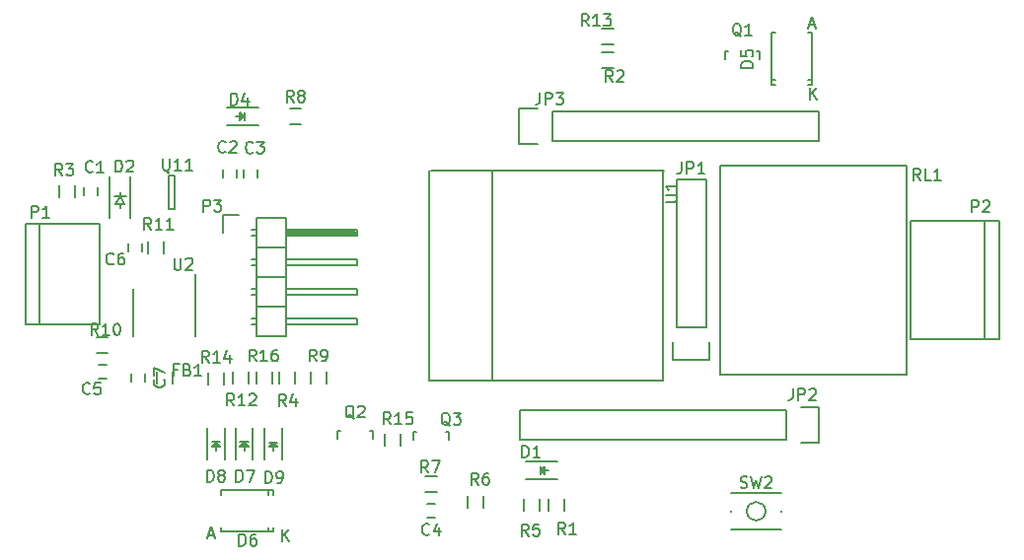
<source format=gbr>
G04 #@! TF.FileFunction,Legend,Top*
%FSLAX46Y46*%
G04 Gerber Fmt 4.6, Leading zero omitted, Abs format (unit mm)*
G04 Created by KiCad (PCBNEW 4.0.2-4+6225~38~ubuntu15.10.1-stable) date Sat 09 Apr 2016 11:14:47 AM CDT*
%MOMM*%
G01*
G04 APERTURE LIST*
%ADD10C,0.100000*%
%ADD11C,0.150000*%
G04 APERTURE END LIST*
D10*
D11*
X175190060Y-52179140D02*
X174839540Y-52179140D01*
X171689940Y-52179140D02*
X172040460Y-52179140D01*
X175190060Y-48129560D02*
X174839540Y-48129560D01*
X175190060Y-52630440D02*
X174839540Y-52630440D01*
X171689940Y-52630440D02*
X172040460Y-52630440D01*
X171689940Y-48129560D02*
X172040460Y-48129560D01*
X175190060Y-52630440D02*
X175190060Y-48129560D01*
X171689940Y-52630440D02*
X171689940Y-48129560D01*
X127689020Y-54530000D02*
X124989020Y-54530000D01*
X127689020Y-56030000D02*
X124989020Y-56030000D01*
X126189020Y-55130000D02*
X126189020Y-55380000D01*
X126189020Y-55380000D02*
X126339020Y-55230000D01*
X126439020Y-55630000D02*
X126439020Y-54930000D01*
X126089020Y-55280000D02*
X125739020Y-55280000D01*
X126439020Y-55280000D02*
X126089020Y-55630000D01*
X126089020Y-55630000D02*
X126089020Y-54930000D01*
X126089020Y-54930000D02*
X126439020Y-55280000D01*
X147746000Y-77966000D02*
X147746000Y-59966000D01*
X162346000Y-77966000D02*
X142346000Y-77966000D01*
X142346000Y-77966000D02*
X142346000Y-59966000D01*
X142446000Y-59966000D02*
X162446000Y-59966000D01*
X162346000Y-59966000D02*
X162346000Y-77966000D01*
X116942500Y-70162000D02*
X116942500Y-74162000D01*
X122237500Y-68887000D02*
X122237500Y-74162000D01*
X172930000Y-83084000D02*
X150070000Y-83084000D01*
X150070000Y-83084000D02*
X150070000Y-80544000D01*
X150070000Y-80544000D02*
X172930000Y-80544000D01*
X175750000Y-83364000D02*
X174200000Y-83364000D01*
X172930000Y-83084000D02*
X172930000Y-80544000D01*
X174200000Y-80264000D02*
X175750000Y-80264000D01*
X175750000Y-80264000D02*
X175750000Y-83364000D01*
X123290000Y-82025020D02*
X123290000Y-84725020D01*
X124790000Y-82025020D02*
X124790000Y-84725020D01*
X123890000Y-83525020D02*
X124140000Y-83525020D01*
X124140000Y-83525020D02*
X123990000Y-83375020D01*
X124390000Y-83275020D02*
X123690000Y-83275020D01*
X124040000Y-83625020D02*
X124040000Y-83975020D01*
X124040000Y-83275020D02*
X124390000Y-83625020D01*
X124390000Y-83625020D02*
X123690000Y-83625020D01*
X123690000Y-83625020D02*
X124040000Y-83275020D01*
X119982000Y-60114000D02*
G75*
G03X119982000Y-60114000I-100000J0D01*
G01*
X120432000Y-60364000D02*
X119932000Y-60364000D01*
X120432000Y-63264000D02*
X120432000Y-60364000D01*
X119932000Y-63264000D02*
X120432000Y-63264000D01*
X119932000Y-60364000D02*
X119932000Y-63264000D01*
X119503000Y-66086000D02*
X119503000Y-67086000D01*
X118153000Y-67086000D02*
X118153000Y-66086000D01*
X125778000Y-59874000D02*
X125778000Y-60574000D01*
X124578000Y-60574000D02*
X124578000Y-59874000D01*
X127556000Y-59874000D02*
X127556000Y-60574000D01*
X126356000Y-60574000D02*
X126356000Y-59874000D01*
X142812000Y-89780000D02*
X142112000Y-89780000D01*
X142112000Y-88580000D02*
X142812000Y-88580000D01*
X113906000Y-76642000D02*
X114606000Y-76642000D01*
X114606000Y-77842000D02*
X113906000Y-77842000D01*
X116450000Y-66936000D02*
X116450000Y-66236000D01*
X117650000Y-66236000D02*
X117650000Y-66936000D01*
X150640000Y-86430000D02*
X153340000Y-86430000D01*
X150640000Y-84930000D02*
X153340000Y-84930000D01*
X152140000Y-85830000D02*
X152140000Y-85580000D01*
X152140000Y-85580000D02*
X151990000Y-85730000D01*
X151890000Y-85330000D02*
X151890000Y-86030000D01*
X152240000Y-85680000D02*
X152590000Y-85680000D01*
X151890000Y-85680000D02*
X152240000Y-85330000D01*
X152240000Y-85330000D02*
X152240000Y-86030000D01*
X152240000Y-86030000D02*
X151890000Y-85680000D01*
X125690000Y-82029020D02*
X125690000Y-84729020D01*
X127190000Y-82029020D02*
X127190000Y-84729020D01*
X126290000Y-83529020D02*
X126540000Y-83529020D01*
X126540000Y-83529020D02*
X126390000Y-83379020D01*
X126790000Y-83279020D02*
X126090000Y-83279020D01*
X126440000Y-83629020D02*
X126440000Y-83979020D01*
X126440000Y-83279020D02*
X126790000Y-83629020D01*
X126790000Y-83629020D02*
X126090000Y-83629020D01*
X126090000Y-83629020D02*
X126440000Y-83279020D01*
X128190000Y-82080000D02*
X128190000Y-84780000D01*
X129690000Y-82080000D02*
X129690000Y-84780000D01*
X128790000Y-83580000D02*
X129040000Y-83580000D01*
X129040000Y-83580000D02*
X128890000Y-83430000D01*
X129290000Y-83330000D02*
X128590000Y-83330000D01*
X128940000Y-83680000D02*
X128940000Y-84030000D01*
X128940000Y-83330000D02*
X129290000Y-83680000D01*
X129290000Y-83680000D02*
X128590000Y-83680000D01*
X128590000Y-83680000D02*
X128940000Y-83330000D01*
X163532000Y-73432000D02*
X163532000Y-60732000D01*
X163532000Y-60732000D02*
X166072000Y-60732000D01*
X166072000Y-60732000D02*
X166072000Y-73432000D01*
X163252000Y-76252000D02*
X163252000Y-74702000D01*
X163532000Y-73432000D02*
X166072000Y-73432000D01*
X166352000Y-74702000D02*
X166352000Y-76252000D01*
X166352000Y-76252000D02*
X163252000Y-76252000D01*
X152864000Y-54890000D02*
X175724000Y-54890000D01*
X175724000Y-54890000D02*
X175724000Y-57430000D01*
X175724000Y-57430000D02*
X152864000Y-57430000D01*
X150044000Y-54610000D02*
X151594000Y-54610000D01*
X152864000Y-54890000D02*
X152864000Y-57430000D01*
X151594000Y-57710000D02*
X150044000Y-57710000D01*
X150044000Y-57710000D02*
X150044000Y-54610000D01*
X107644540Y-64509100D02*
X107644540Y-73209100D01*
X114049540Y-64509100D02*
X114049540Y-73209100D01*
X114049540Y-73209100D02*
X107644540Y-73209100D01*
X108874540Y-73209100D02*
X108874540Y-64509100D01*
X107644540Y-64509100D02*
X114049540Y-64509100D01*
X189948000Y-64288000D02*
X189948000Y-74448000D01*
X191218000Y-64288000D02*
X183598000Y-64288000D01*
X183598000Y-64288000D02*
X183598000Y-74448000D01*
X183598000Y-74448000D02*
X191218000Y-74448000D01*
X191218000Y-74448000D02*
X191218000Y-64288000D01*
X170485160Y-49683000D02*
X170436900Y-49683000D01*
X167686180Y-50384040D02*
X167686180Y-49683000D01*
X167686180Y-49683000D02*
X167935100Y-49683000D01*
X170485160Y-49683000D02*
X170685820Y-49683000D01*
X170685820Y-49683000D02*
X170685820Y-50384040D01*
X137265160Y-82311000D02*
X137216900Y-82311000D01*
X134466180Y-83012040D02*
X134466180Y-82311000D01*
X134466180Y-82311000D02*
X134715100Y-82311000D01*
X137265160Y-82311000D02*
X137465820Y-82311000D01*
X137465820Y-82311000D02*
X137465820Y-83012040D01*
X143789160Y-82383000D02*
X143740900Y-82383000D01*
X140990180Y-83084040D02*
X140990180Y-82383000D01*
X140990180Y-82383000D02*
X141239100Y-82383000D01*
X143789160Y-82383000D02*
X143989820Y-82383000D01*
X143989820Y-82383000D02*
X143989820Y-83084040D01*
X152565000Y-89130000D02*
X152565000Y-88130000D01*
X153915000Y-88130000D02*
X153915000Y-89130000D01*
X158140000Y-51155000D02*
X157140000Y-51155000D01*
X157140000Y-49805000D02*
X158140000Y-49805000D01*
X111883000Y-61248000D02*
X111883000Y-62248000D01*
X110533000Y-62248000D02*
X110533000Y-61248000D01*
X129465000Y-78230000D02*
X129465000Y-77230000D01*
X130815000Y-77230000D02*
X130815000Y-78230000D01*
X151815000Y-88130000D02*
X151815000Y-89130000D01*
X150465000Y-89130000D02*
X150465000Y-88130000D01*
X145585000Y-88906000D02*
X145585000Y-87906000D01*
X146935000Y-87906000D02*
X146935000Y-88906000D01*
X141962000Y-86219000D02*
X142962000Y-86219000D01*
X142962000Y-87569000D02*
X141962000Y-87569000D01*
X131340000Y-55955000D02*
X130340000Y-55955000D01*
X130340000Y-54605000D02*
X131340000Y-54605000D01*
X132123000Y-78250000D02*
X132123000Y-77250000D01*
X133473000Y-77250000D02*
X133473000Y-78250000D01*
X113744000Y-74281000D02*
X114744000Y-74281000D01*
X114744000Y-75631000D02*
X113744000Y-75631000D01*
X126815000Y-77262000D02*
X126815000Y-78262000D01*
X125465000Y-78262000D02*
X125465000Y-77262000D01*
X158140000Y-49155000D02*
X157140000Y-49155000D01*
X157140000Y-47805000D02*
X158140000Y-47805000D01*
X124715000Y-77330000D02*
X124715000Y-78330000D01*
X123365000Y-78330000D02*
X123365000Y-77330000D01*
X139815000Y-82580000D02*
X139815000Y-83580000D01*
X138465000Y-83580000D02*
X138465000Y-82580000D01*
X128815000Y-77230000D02*
X128815000Y-78230000D01*
X127465000Y-78230000D02*
X127465000Y-77230000D01*
X183312000Y-59526000D02*
X183312000Y-77526000D01*
X167312000Y-59526000D02*
X183312000Y-59526000D01*
X167312000Y-77526000D02*
X167312000Y-59526000D01*
X183312000Y-77526000D02*
X167312000Y-77526000D01*
X172572000Y-89268000D02*
X172572000Y-89168000D01*
X171172000Y-89218000D02*
G75*
G03X171172000Y-89218000I-800000J0D01*
G01*
X168172000Y-90768000D02*
X172572000Y-90768000D01*
X172572000Y-87668000D02*
X168172000Y-87668000D01*
X168172000Y-89268000D02*
X168172000Y-89168000D01*
X120265000Y-77262000D02*
X120265000Y-78262000D01*
X118915000Y-78262000D02*
X118915000Y-77262000D01*
X124640000Y-63754000D02*
X124640000Y-65304000D01*
X125940000Y-63754000D02*
X124640000Y-63754000D01*
X130131000Y-65177000D02*
X135973000Y-65177000D01*
X135973000Y-65177000D02*
X135973000Y-65431000D01*
X135973000Y-65431000D02*
X130131000Y-65431000D01*
X130131000Y-65431000D02*
X130131000Y-65304000D01*
X130131000Y-65304000D02*
X135973000Y-65304000D01*
X127464000Y-65050000D02*
X127083000Y-65050000D01*
X127464000Y-65558000D02*
X127083000Y-65558000D01*
X127464000Y-67590000D02*
X127083000Y-67590000D01*
X127464000Y-68098000D02*
X127083000Y-68098000D01*
X127464000Y-70130000D02*
X127083000Y-70130000D01*
X127464000Y-70638000D02*
X127083000Y-70638000D01*
X127464000Y-73178000D02*
X127083000Y-73178000D01*
X127464000Y-72670000D02*
X127083000Y-72670000D01*
X127464000Y-64034000D02*
X130004000Y-64034000D01*
X127464000Y-66574000D02*
X130004000Y-66574000D01*
X127464000Y-66574000D02*
X127464000Y-69114000D01*
X127464000Y-69114000D02*
X130004000Y-69114000D01*
X130004000Y-67590000D02*
X136100000Y-67590000D01*
X136100000Y-67590000D02*
X136100000Y-68098000D01*
X136100000Y-68098000D02*
X130004000Y-68098000D01*
X130004000Y-69114000D02*
X130004000Y-66574000D01*
X130004000Y-66574000D02*
X130004000Y-64034000D01*
X136100000Y-65558000D02*
X130004000Y-65558000D01*
X136100000Y-65050000D02*
X136100000Y-65558000D01*
X130004000Y-65050000D02*
X136100000Y-65050000D01*
X127464000Y-66574000D02*
X130004000Y-66574000D01*
X127464000Y-64034000D02*
X127464000Y-66574000D01*
X127464000Y-71654000D02*
X130004000Y-71654000D01*
X127464000Y-71654000D02*
X127464000Y-74194000D01*
X127464000Y-74194000D02*
X130004000Y-74194000D01*
X130004000Y-72670000D02*
X136100000Y-72670000D01*
X136100000Y-72670000D02*
X136100000Y-73178000D01*
X136100000Y-73178000D02*
X130004000Y-73178000D01*
X130004000Y-74194000D02*
X130004000Y-71654000D01*
X130004000Y-71654000D02*
X130004000Y-69114000D01*
X136100000Y-70638000D02*
X130004000Y-70638000D01*
X136100000Y-70130000D02*
X136100000Y-70638000D01*
X130004000Y-70130000D02*
X136100000Y-70130000D01*
X127464000Y-71654000D02*
X130004000Y-71654000D01*
X127464000Y-69114000D02*
X127464000Y-71654000D01*
X127464000Y-69114000D02*
X130004000Y-69114000D01*
X112640000Y-62098000D02*
X112640000Y-61398000D01*
X113840000Y-61398000D02*
X113840000Y-62098000D01*
X117904000Y-77412000D02*
X117904000Y-78112000D01*
X116704000Y-78112000D02*
X116704000Y-77412000D01*
X115790000Y-62797500D02*
X115790000Y-63178500D01*
X115790000Y-61781500D02*
X115790000Y-62162500D01*
X115790000Y-62162500D02*
X116171000Y-62797500D01*
X116171000Y-62797500D02*
X115409000Y-62797500D01*
X115409000Y-62797500D02*
X115790000Y-62162500D01*
X116298000Y-62162500D02*
X115282000Y-62162500D01*
X114890000Y-60480000D02*
X114890000Y-64020000D01*
X116690000Y-60480000D02*
X116690000Y-64020000D01*
X128489140Y-87429940D02*
X128489140Y-87780460D01*
X128489140Y-90930060D02*
X128489140Y-90579540D01*
X124439560Y-87429940D02*
X124439560Y-87780460D01*
X128940440Y-87429940D02*
X128940440Y-87780460D01*
X128940440Y-90930060D02*
X128940440Y-90579540D01*
X124439560Y-90930060D02*
X124439560Y-90579540D01*
X128940440Y-87429940D02*
X124439560Y-87429940D01*
X128940440Y-90930060D02*
X124439560Y-90930060D01*
X170082381Y-51118095D02*
X169082381Y-51118095D01*
X169082381Y-50880000D01*
X169130000Y-50737142D01*
X169225238Y-50641904D01*
X169320476Y-50594285D01*
X169510952Y-50546666D01*
X169653810Y-50546666D01*
X169844286Y-50594285D01*
X169939524Y-50641904D01*
X170034762Y-50737142D01*
X170082381Y-50880000D01*
X170082381Y-51118095D01*
X169082381Y-49641904D02*
X169082381Y-50118095D01*
X169558571Y-50165714D01*
X169510952Y-50118095D01*
X169463333Y-50022857D01*
X169463333Y-49784761D01*
X169510952Y-49689523D01*
X169558571Y-49641904D01*
X169653810Y-49594285D01*
X169891905Y-49594285D01*
X169987143Y-49641904D01*
X170034762Y-49689523D01*
X170082381Y-49784761D01*
X170082381Y-50022857D01*
X170034762Y-50118095D01*
X169987143Y-50165714D01*
X175028095Y-53832381D02*
X175028095Y-52832381D01*
X175599524Y-53832381D02*
X175170952Y-53260952D01*
X175599524Y-52832381D02*
X175028095Y-53403810D01*
X174901905Y-47446667D02*
X175378096Y-47446667D01*
X174806667Y-47732381D02*
X175140000Y-46732381D01*
X175473334Y-47732381D01*
X125301905Y-54332381D02*
X125301905Y-53332381D01*
X125540000Y-53332381D01*
X125682858Y-53380000D01*
X125778096Y-53475238D01*
X125825715Y-53570476D01*
X125873334Y-53760952D01*
X125873334Y-53903810D01*
X125825715Y-54094286D01*
X125778096Y-54189524D01*
X125682858Y-54284762D01*
X125540000Y-54332381D01*
X125301905Y-54332381D01*
X126730477Y-53665714D02*
X126730477Y-54332381D01*
X126492381Y-53284762D02*
X126254286Y-53999048D01*
X126873334Y-53999048D01*
X162598381Y-62627905D02*
X163407905Y-62627905D01*
X163503143Y-62580286D01*
X163550762Y-62532667D01*
X163598381Y-62437429D01*
X163598381Y-62246952D01*
X163550762Y-62151714D01*
X163503143Y-62104095D01*
X163407905Y-62056476D01*
X162598381Y-62056476D01*
X163598381Y-61056476D02*
X163598381Y-61627905D01*
X163598381Y-61342191D02*
X162598381Y-61342191D01*
X162741238Y-61437429D01*
X162836476Y-61532667D01*
X162884095Y-61627905D01*
X120428095Y-67482381D02*
X120428095Y-68291905D01*
X120475714Y-68387143D01*
X120523333Y-68434762D01*
X120618571Y-68482381D01*
X120809048Y-68482381D01*
X120904286Y-68434762D01*
X120951905Y-68387143D01*
X120999524Y-68291905D01*
X120999524Y-67482381D01*
X121428095Y-67577619D02*
X121475714Y-67530000D01*
X121570952Y-67482381D01*
X121809048Y-67482381D01*
X121904286Y-67530000D01*
X121951905Y-67577619D01*
X121999524Y-67672857D01*
X121999524Y-67768095D01*
X121951905Y-67910952D01*
X121380476Y-68482381D01*
X121999524Y-68482381D01*
X173506667Y-78682381D02*
X173506667Y-79396667D01*
X173459047Y-79539524D01*
X173363809Y-79634762D01*
X173220952Y-79682381D01*
X173125714Y-79682381D01*
X173982857Y-79682381D02*
X173982857Y-78682381D01*
X174363810Y-78682381D01*
X174459048Y-78730000D01*
X174506667Y-78777619D01*
X174554286Y-78872857D01*
X174554286Y-79015714D01*
X174506667Y-79110952D01*
X174459048Y-79158571D01*
X174363810Y-79206190D01*
X173982857Y-79206190D01*
X174935238Y-78777619D02*
X174982857Y-78730000D01*
X175078095Y-78682381D01*
X175316191Y-78682381D01*
X175411429Y-78730000D01*
X175459048Y-78777619D01*
X175506667Y-78872857D01*
X175506667Y-78968095D01*
X175459048Y-79110952D01*
X174887619Y-79682381D01*
X175506667Y-79682381D01*
X123251905Y-86682381D02*
X123251905Y-85682381D01*
X123490000Y-85682381D01*
X123632858Y-85730000D01*
X123728096Y-85825238D01*
X123775715Y-85920476D01*
X123823334Y-86110952D01*
X123823334Y-86253810D01*
X123775715Y-86444286D01*
X123728096Y-86539524D01*
X123632858Y-86634762D01*
X123490000Y-86682381D01*
X123251905Y-86682381D01*
X124394762Y-86110952D02*
X124299524Y-86063333D01*
X124251905Y-86015714D01*
X124204286Y-85920476D01*
X124204286Y-85872857D01*
X124251905Y-85777619D01*
X124299524Y-85730000D01*
X124394762Y-85682381D01*
X124585239Y-85682381D01*
X124680477Y-85730000D01*
X124728096Y-85777619D01*
X124775715Y-85872857D01*
X124775715Y-85920476D01*
X124728096Y-86015714D01*
X124680477Y-86063333D01*
X124585239Y-86110952D01*
X124394762Y-86110952D01*
X124299524Y-86158571D01*
X124251905Y-86206190D01*
X124204286Y-86301429D01*
X124204286Y-86491905D01*
X124251905Y-86587143D01*
X124299524Y-86634762D01*
X124394762Y-86682381D01*
X124585239Y-86682381D01*
X124680477Y-86634762D01*
X124728096Y-86587143D01*
X124775715Y-86491905D01*
X124775715Y-86301429D01*
X124728096Y-86206190D01*
X124680477Y-86158571D01*
X124585239Y-86110952D01*
X119451905Y-58932381D02*
X119451905Y-59741905D01*
X119499524Y-59837143D01*
X119547143Y-59884762D01*
X119642381Y-59932381D01*
X119832858Y-59932381D01*
X119928096Y-59884762D01*
X119975715Y-59837143D01*
X120023334Y-59741905D01*
X120023334Y-58932381D01*
X121023334Y-59932381D02*
X120451905Y-59932381D01*
X120737619Y-59932381D02*
X120737619Y-58932381D01*
X120642381Y-59075238D01*
X120547143Y-59170476D01*
X120451905Y-59218095D01*
X121975715Y-59932381D02*
X121404286Y-59932381D01*
X121690000Y-59932381D02*
X121690000Y-58932381D01*
X121594762Y-59075238D01*
X121499524Y-59170476D01*
X121404286Y-59218095D01*
X118447143Y-65032381D02*
X118113809Y-64556190D01*
X117875714Y-65032381D02*
X117875714Y-64032381D01*
X118256667Y-64032381D01*
X118351905Y-64080000D01*
X118399524Y-64127619D01*
X118447143Y-64222857D01*
X118447143Y-64365714D01*
X118399524Y-64460952D01*
X118351905Y-64508571D01*
X118256667Y-64556190D01*
X117875714Y-64556190D01*
X119399524Y-65032381D02*
X118828095Y-65032381D01*
X119113809Y-65032381D02*
X119113809Y-64032381D01*
X119018571Y-64175238D01*
X118923333Y-64270476D01*
X118828095Y-64318095D01*
X120351905Y-65032381D02*
X119780476Y-65032381D01*
X120066190Y-65032381D02*
X120066190Y-64032381D01*
X119970952Y-64175238D01*
X119875714Y-64270476D01*
X119780476Y-64318095D01*
X124823334Y-58337143D02*
X124775715Y-58384762D01*
X124632858Y-58432381D01*
X124537620Y-58432381D01*
X124394762Y-58384762D01*
X124299524Y-58289524D01*
X124251905Y-58194286D01*
X124204286Y-58003810D01*
X124204286Y-57860952D01*
X124251905Y-57670476D01*
X124299524Y-57575238D01*
X124394762Y-57480000D01*
X124537620Y-57432381D01*
X124632858Y-57432381D01*
X124775715Y-57480000D01*
X124823334Y-57527619D01*
X125204286Y-57527619D02*
X125251905Y-57480000D01*
X125347143Y-57432381D01*
X125585239Y-57432381D01*
X125680477Y-57480000D01*
X125728096Y-57527619D01*
X125775715Y-57622857D01*
X125775715Y-57718095D01*
X125728096Y-57860952D01*
X125156667Y-58432381D01*
X125775715Y-58432381D01*
X127173334Y-58387143D02*
X127125715Y-58434762D01*
X126982858Y-58482381D01*
X126887620Y-58482381D01*
X126744762Y-58434762D01*
X126649524Y-58339524D01*
X126601905Y-58244286D01*
X126554286Y-58053810D01*
X126554286Y-57910952D01*
X126601905Y-57720476D01*
X126649524Y-57625238D01*
X126744762Y-57530000D01*
X126887620Y-57482381D01*
X126982858Y-57482381D01*
X127125715Y-57530000D01*
X127173334Y-57577619D01*
X127506667Y-57482381D02*
X128125715Y-57482381D01*
X127792381Y-57863333D01*
X127935239Y-57863333D01*
X128030477Y-57910952D01*
X128078096Y-57958571D01*
X128125715Y-58053810D01*
X128125715Y-58291905D01*
X128078096Y-58387143D01*
X128030477Y-58434762D01*
X127935239Y-58482381D01*
X127649524Y-58482381D01*
X127554286Y-58434762D01*
X127506667Y-58387143D01*
X142323334Y-91187143D02*
X142275715Y-91234762D01*
X142132858Y-91282381D01*
X142037620Y-91282381D01*
X141894762Y-91234762D01*
X141799524Y-91139524D01*
X141751905Y-91044286D01*
X141704286Y-90853810D01*
X141704286Y-90710952D01*
X141751905Y-90520476D01*
X141799524Y-90425238D01*
X141894762Y-90330000D01*
X142037620Y-90282381D01*
X142132858Y-90282381D01*
X142275715Y-90330000D01*
X142323334Y-90377619D01*
X143180477Y-90615714D02*
X143180477Y-91282381D01*
X142942381Y-90234762D02*
X142704286Y-90949048D01*
X143323334Y-90949048D01*
X113173334Y-79087143D02*
X113125715Y-79134762D01*
X112982858Y-79182381D01*
X112887620Y-79182381D01*
X112744762Y-79134762D01*
X112649524Y-79039524D01*
X112601905Y-78944286D01*
X112554286Y-78753810D01*
X112554286Y-78610952D01*
X112601905Y-78420476D01*
X112649524Y-78325238D01*
X112744762Y-78230000D01*
X112887620Y-78182381D01*
X112982858Y-78182381D01*
X113125715Y-78230000D01*
X113173334Y-78277619D01*
X114078096Y-78182381D02*
X113601905Y-78182381D01*
X113554286Y-78658571D01*
X113601905Y-78610952D01*
X113697143Y-78563333D01*
X113935239Y-78563333D01*
X114030477Y-78610952D01*
X114078096Y-78658571D01*
X114125715Y-78753810D01*
X114125715Y-78991905D01*
X114078096Y-79087143D01*
X114030477Y-79134762D01*
X113935239Y-79182381D01*
X113697143Y-79182381D01*
X113601905Y-79134762D01*
X113554286Y-79087143D01*
X115223334Y-67937143D02*
X115175715Y-67984762D01*
X115032858Y-68032381D01*
X114937620Y-68032381D01*
X114794762Y-67984762D01*
X114699524Y-67889524D01*
X114651905Y-67794286D01*
X114604286Y-67603810D01*
X114604286Y-67460952D01*
X114651905Y-67270476D01*
X114699524Y-67175238D01*
X114794762Y-67080000D01*
X114937620Y-67032381D01*
X115032858Y-67032381D01*
X115175715Y-67080000D01*
X115223334Y-67127619D01*
X116080477Y-67032381D02*
X115890000Y-67032381D01*
X115794762Y-67080000D01*
X115747143Y-67127619D01*
X115651905Y-67270476D01*
X115604286Y-67460952D01*
X115604286Y-67841905D01*
X115651905Y-67937143D01*
X115699524Y-67984762D01*
X115794762Y-68032381D01*
X115985239Y-68032381D01*
X116080477Y-67984762D01*
X116128096Y-67937143D01*
X116175715Y-67841905D01*
X116175715Y-67603810D01*
X116128096Y-67508571D01*
X116080477Y-67460952D01*
X115985239Y-67413333D01*
X115794762Y-67413333D01*
X115699524Y-67460952D01*
X115651905Y-67508571D01*
X115604286Y-67603810D01*
X150301905Y-84582381D02*
X150301905Y-83582381D01*
X150540000Y-83582381D01*
X150682858Y-83630000D01*
X150778096Y-83725238D01*
X150825715Y-83820476D01*
X150873334Y-84010952D01*
X150873334Y-84153810D01*
X150825715Y-84344286D01*
X150778096Y-84439524D01*
X150682858Y-84534762D01*
X150540000Y-84582381D01*
X150301905Y-84582381D01*
X151825715Y-84582381D02*
X151254286Y-84582381D01*
X151540000Y-84582381D02*
X151540000Y-83582381D01*
X151444762Y-83725238D01*
X151349524Y-83820476D01*
X151254286Y-83868095D01*
X125751905Y-86682381D02*
X125751905Y-85682381D01*
X125990000Y-85682381D01*
X126132858Y-85730000D01*
X126228096Y-85825238D01*
X126275715Y-85920476D01*
X126323334Y-86110952D01*
X126323334Y-86253810D01*
X126275715Y-86444286D01*
X126228096Y-86539524D01*
X126132858Y-86634762D01*
X125990000Y-86682381D01*
X125751905Y-86682381D01*
X126656667Y-85682381D02*
X127323334Y-85682381D01*
X126894762Y-86682381D01*
X128251905Y-86782381D02*
X128251905Y-85782381D01*
X128490000Y-85782381D01*
X128632858Y-85830000D01*
X128728096Y-85925238D01*
X128775715Y-86020476D01*
X128823334Y-86210952D01*
X128823334Y-86353810D01*
X128775715Y-86544286D01*
X128728096Y-86639524D01*
X128632858Y-86734762D01*
X128490000Y-86782381D01*
X128251905Y-86782381D01*
X129299524Y-86782381D02*
X129490000Y-86782381D01*
X129585239Y-86734762D01*
X129632858Y-86687143D01*
X129728096Y-86544286D01*
X129775715Y-86353810D01*
X129775715Y-85972857D01*
X129728096Y-85877619D01*
X129680477Y-85830000D01*
X129585239Y-85782381D01*
X129394762Y-85782381D01*
X129299524Y-85830000D01*
X129251905Y-85877619D01*
X129204286Y-85972857D01*
X129204286Y-86210952D01*
X129251905Y-86306190D01*
X129299524Y-86353810D01*
X129394762Y-86401429D01*
X129585239Y-86401429D01*
X129680477Y-86353810D01*
X129728096Y-86306190D01*
X129775715Y-86210952D01*
X163956667Y-59232381D02*
X163956667Y-59946667D01*
X163909047Y-60089524D01*
X163813809Y-60184762D01*
X163670952Y-60232381D01*
X163575714Y-60232381D01*
X164432857Y-60232381D02*
X164432857Y-59232381D01*
X164813810Y-59232381D01*
X164909048Y-59280000D01*
X164956667Y-59327619D01*
X165004286Y-59422857D01*
X165004286Y-59565714D01*
X164956667Y-59660952D01*
X164909048Y-59708571D01*
X164813810Y-59756190D01*
X164432857Y-59756190D01*
X165956667Y-60232381D02*
X165385238Y-60232381D01*
X165670952Y-60232381D02*
X165670952Y-59232381D01*
X165575714Y-59375238D01*
X165480476Y-59470476D01*
X165385238Y-59518095D01*
X151806667Y-53282381D02*
X151806667Y-53996667D01*
X151759047Y-54139524D01*
X151663809Y-54234762D01*
X151520952Y-54282381D01*
X151425714Y-54282381D01*
X152282857Y-54282381D02*
X152282857Y-53282381D01*
X152663810Y-53282381D01*
X152759048Y-53330000D01*
X152806667Y-53377619D01*
X152854286Y-53472857D01*
X152854286Y-53615714D01*
X152806667Y-53710952D01*
X152759048Y-53758571D01*
X152663810Y-53806190D01*
X152282857Y-53806190D01*
X153187619Y-53282381D02*
X153806667Y-53282381D01*
X153473333Y-53663333D01*
X153616191Y-53663333D01*
X153711429Y-53710952D01*
X153759048Y-53758571D01*
X153806667Y-53853810D01*
X153806667Y-54091905D01*
X153759048Y-54187143D01*
X153711429Y-54234762D01*
X153616191Y-54282381D01*
X153330476Y-54282381D01*
X153235238Y-54234762D01*
X153187619Y-54187143D01*
X108201905Y-63982381D02*
X108201905Y-62982381D01*
X108582858Y-62982381D01*
X108678096Y-63030000D01*
X108725715Y-63077619D01*
X108773334Y-63172857D01*
X108773334Y-63315714D01*
X108725715Y-63410952D01*
X108678096Y-63458571D01*
X108582858Y-63506190D01*
X108201905Y-63506190D01*
X109725715Y-63982381D02*
X109154286Y-63982381D01*
X109440000Y-63982381D02*
X109440000Y-62982381D01*
X109344762Y-63125238D01*
X109249524Y-63220476D01*
X109154286Y-63268095D01*
X188901905Y-63532381D02*
X188901905Y-62532381D01*
X189282858Y-62532381D01*
X189378096Y-62580000D01*
X189425715Y-62627619D01*
X189473334Y-62722857D01*
X189473334Y-62865714D01*
X189425715Y-62960952D01*
X189378096Y-63008571D01*
X189282858Y-63056190D01*
X188901905Y-63056190D01*
X189854286Y-62627619D02*
X189901905Y-62580000D01*
X189997143Y-62532381D01*
X190235239Y-62532381D01*
X190330477Y-62580000D01*
X190378096Y-62627619D01*
X190425715Y-62722857D01*
X190425715Y-62818095D01*
X190378096Y-62960952D01*
X189806667Y-63532381D01*
X190425715Y-63532381D01*
X169094762Y-48427619D02*
X168999524Y-48380000D01*
X168904286Y-48284762D01*
X168761429Y-48141905D01*
X168666190Y-48094286D01*
X168570952Y-48094286D01*
X168618571Y-48332381D02*
X168523333Y-48284762D01*
X168428095Y-48189524D01*
X168380476Y-47999048D01*
X168380476Y-47665714D01*
X168428095Y-47475238D01*
X168523333Y-47380000D01*
X168618571Y-47332381D01*
X168809048Y-47332381D01*
X168904286Y-47380000D01*
X168999524Y-47475238D01*
X169047143Y-47665714D01*
X169047143Y-47999048D01*
X168999524Y-48189524D01*
X168904286Y-48284762D01*
X168809048Y-48332381D01*
X168618571Y-48332381D01*
X169999524Y-48332381D02*
X169428095Y-48332381D01*
X169713809Y-48332381D02*
X169713809Y-47332381D01*
X169618571Y-47475238D01*
X169523333Y-47570476D01*
X169428095Y-47618095D01*
X135870762Y-81258859D02*
X135775524Y-81211240D01*
X135680286Y-81116002D01*
X135537429Y-80973145D01*
X135442190Y-80925526D01*
X135346952Y-80925526D01*
X135394571Y-81163621D02*
X135299333Y-81116002D01*
X135204095Y-81020764D01*
X135156476Y-80830288D01*
X135156476Y-80496954D01*
X135204095Y-80306478D01*
X135299333Y-80211240D01*
X135394571Y-80163621D01*
X135585048Y-80163621D01*
X135680286Y-80211240D01*
X135775524Y-80306478D01*
X135823143Y-80496954D01*
X135823143Y-80830288D01*
X135775524Y-81020764D01*
X135680286Y-81116002D01*
X135585048Y-81163621D01*
X135394571Y-81163621D01*
X136204095Y-80258859D02*
X136251714Y-80211240D01*
X136346952Y-80163621D01*
X136585048Y-80163621D01*
X136680286Y-80211240D01*
X136727905Y-80258859D01*
X136775524Y-80354097D01*
X136775524Y-80449335D01*
X136727905Y-80592192D01*
X136156476Y-81163621D01*
X136775524Y-81163621D01*
X144094762Y-81877619D02*
X143999524Y-81830000D01*
X143904286Y-81734762D01*
X143761429Y-81591905D01*
X143666190Y-81544286D01*
X143570952Y-81544286D01*
X143618571Y-81782381D02*
X143523333Y-81734762D01*
X143428095Y-81639524D01*
X143380476Y-81449048D01*
X143380476Y-81115714D01*
X143428095Y-80925238D01*
X143523333Y-80830000D01*
X143618571Y-80782381D01*
X143809048Y-80782381D01*
X143904286Y-80830000D01*
X143999524Y-80925238D01*
X144047143Y-81115714D01*
X144047143Y-81449048D01*
X143999524Y-81639524D01*
X143904286Y-81734762D01*
X143809048Y-81782381D01*
X143618571Y-81782381D01*
X144380476Y-80782381D02*
X144999524Y-80782381D01*
X144666190Y-81163333D01*
X144809048Y-81163333D01*
X144904286Y-81210952D01*
X144951905Y-81258571D01*
X144999524Y-81353810D01*
X144999524Y-81591905D01*
X144951905Y-81687143D01*
X144904286Y-81734762D01*
X144809048Y-81782381D01*
X144523333Y-81782381D01*
X144428095Y-81734762D01*
X144380476Y-81687143D01*
X153973334Y-91182381D02*
X153640000Y-90706190D01*
X153401905Y-91182381D02*
X153401905Y-90182381D01*
X153782858Y-90182381D01*
X153878096Y-90230000D01*
X153925715Y-90277619D01*
X153973334Y-90372857D01*
X153973334Y-90515714D01*
X153925715Y-90610952D01*
X153878096Y-90658571D01*
X153782858Y-90706190D01*
X153401905Y-90706190D01*
X154925715Y-91182381D02*
X154354286Y-91182381D01*
X154640000Y-91182381D02*
X154640000Y-90182381D01*
X154544762Y-90325238D01*
X154449524Y-90420476D01*
X154354286Y-90468095D01*
X158073334Y-52332381D02*
X157740000Y-51856190D01*
X157501905Y-52332381D02*
X157501905Y-51332381D01*
X157882858Y-51332381D01*
X157978096Y-51380000D01*
X158025715Y-51427619D01*
X158073334Y-51522857D01*
X158073334Y-51665714D01*
X158025715Y-51760952D01*
X157978096Y-51808571D01*
X157882858Y-51856190D01*
X157501905Y-51856190D01*
X158454286Y-51427619D02*
X158501905Y-51380000D01*
X158597143Y-51332381D01*
X158835239Y-51332381D01*
X158930477Y-51380000D01*
X158978096Y-51427619D01*
X159025715Y-51522857D01*
X159025715Y-51618095D01*
X158978096Y-51760952D01*
X158406667Y-52332381D01*
X159025715Y-52332381D01*
X110823334Y-60382381D02*
X110490000Y-59906190D01*
X110251905Y-60382381D02*
X110251905Y-59382381D01*
X110632858Y-59382381D01*
X110728096Y-59430000D01*
X110775715Y-59477619D01*
X110823334Y-59572857D01*
X110823334Y-59715714D01*
X110775715Y-59810952D01*
X110728096Y-59858571D01*
X110632858Y-59906190D01*
X110251905Y-59906190D01*
X111156667Y-59382381D02*
X111775715Y-59382381D01*
X111442381Y-59763333D01*
X111585239Y-59763333D01*
X111680477Y-59810952D01*
X111728096Y-59858571D01*
X111775715Y-59953810D01*
X111775715Y-60191905D01*
X111728096Y-60287143D01*
X111680477Y-60334762D01*
X111585239Y-60382381D01*
X111299524Y-60382381D01*
X111204286Y-60334762D01*
X111156667Y-60287143D01*
X130023334Y-80182381D02*
X129690000Y-79706190D01*
X129451905Y-80182381D02*
X129451905Y-79182381D01*
X129832858Y-79182381D01*
X129928096Y-79230000D01*
X129975715Y-79277619D01*
X130023334Y-79372857D01*
X130023334Y-79515714D01*
X129975715Y-79610952D01*
X129928096Y-79658571D01*
X129832858Y-79706190D01*
X129451905Y-79706190D01*
X130880477Y-79515714D02*
X130880477Y-80182381D01*
X130642381Y-79134762D02*
X130404286Y-79849048D01*
X131023334Y-79849048D01*
X150823334Y-91332381D02*
X150490000Y-90856190D01*
X150251905Y-91332381D02*
X150251905Y-90332381D01*
X150632858Y-90332381D01*
X150728096Y-90380000D01*
X150775715Y-90427619D01*
X150823334Y-90522857D01*
X150823334Y-90665714D01*
X150775715Y-90760952D01*
X150728096Y-90808571D01*
X150632858Y-90856190D01*
X150251905Y-90856190D01*
X151728096Y-90332381D02*
X151251905Y-90332381D01*
X151204286Y-90808571D01*
X151251905Y-90760952D01*
X151347143Y-90713333D01*
X151585239Y-90713333D01*
X151680477Y-90760952D01*
X151728096Y-90808571D01*
X151775715Y-90903810D01*
X151775715Y-91141905D01*
X151728096Y-91237143D01*
X151680477Y-91284762D01*
X151585239Y-91332381D01*
X151347143Y-91332381D01*
X151251905Y-91284762D01*
X151204286Y-91237143D01*
X146523334Y-86932381D02*
X146190000Y-86456190D01*
X145951905Y-86932381D02*
X145951905Y-85932381D01*
X146332858Y-85932381D01*
X146428096Y-85980000D01*
X146475715Y-86027619D01*
X146523334Y-86122857D01*
X146523334Y-86265714D01*
X146475715Y-86360952D01*
X146428096Y-86408571D01*
X146332858Y-86456190D01*
X145951905Y-86456190D01*
X147380477Y-85932381D02*
X147190000Y-85932381D01*
X147094762Y-85980000D01*
X147047143Y-86027619D01*
X146951905Y-86170476D01*
X146904286Y-86360952D01*
X146904286Y-86741905D01*
X146951905Y-86837143D01*
X146999524Y-86884762D01*
X147094762Y-86932381D01*
X147285239Y-86932381D01*
X147380477Y-86884762D01*
X147428096Y-86837143D01*
X147475715Y-86741905D01*
X147475715Y-86503810D01*
X147428096Y-86408571D01*
X147380477Y-86360952D01*
X147285239Y-86313333D01*
X147094762Y-86313333D01*
X146999524Y-86360952D01*
X146951905Y-86408571D01*
X146904286Y-86503810D01*
X142223334Y-85882381D02*
X141890000Y-85406190D01*
X141651905Y-85882381D02*
X141651905Y-84882381D01*
X142032858Y-84882381D01*
X142128096Y-84930000D01*
X142175715Y-84977619D01*
X142223334Y-85072857D01*
X142223334Y-85215714D01*
X142175715Y-85310952D01*
X142128096Y-85358571D01*
X142032858Y-85406190D01*
X141651905Y-85406190D01*
X142556667Y-84882381D02*
X143223334Y-84882381D01*
X142794762Y-85882381D01*
X130673334Y-54082381D02*
X130340000Y-53606190D01*
X130101905Y-54082381D02*
X130101905Y-53082381D01*
X130482858Y-53082381D01*
X130578096Y-53130000D01*
X130625715Y-53177619D01*
X130673334Y-53272857D01*
X130673334Y-53415714D01*
X130625715Y-53510952D01*
X130578096Y-53558571D01*
X130482858Y-53606190D01*
X130101905Y-53606190D01*
X131244762Y-53510952D02*
X131149524Y-53463333D01*
X131101905Y-53415714D01*
X131054286Y-53320476D01*
X131054286Y-53272857D01*
X131101905Y-53177619D01*
X131149524Y-53130000D01*
X131244762Y-53082381D01*
X131435239Y-53082381D01*
X131530477Y-53130000D01*
X131578096Y-53177619D01*
X131625715Y-53272857D01*
X131625715Y-53320476D01*
X131578096Y-53415714D01*
X131530477Y-53463333D01*
X131435239Y-53510952D01*
X131244762Y-53510952D01*
X131149524Y-53558571D01*
X131101905Y-53606190D01*
X131054286Y-53701429D01*
X131054286Y-53891905D01*
X131101905Y-53987143D01*
X131149524Y-54034762D01*
X131244762Y-54082381D01*
X131435239Y-54082381D01*
X131530477Y-54034762D01*
X131578096Y-53987143D01*
X131625715Y-53891905D01*
X131625715Y-53701429D01*
X131578096Y-53606190D01*
X131530477Y-53558571D01*
X131435239Y-53510952D01*
X132623334Y-76332381D02*
X132290000Y-75856190D01*
X132051905Y-76332381D02*
X132051905Y-75332381D01*
X132432858Y-75332381D01*
X132528096Y-75380000D01*
X132575715Y-75427619D01*
X132623334Y-75522857D01*
X132623334Y-75665714D01*
X132575715Y-75760952D01*
X132528096Y-75808571D01*
X132432858Y-75856190D01*
X132051905Y-75856190D01*
X133099524Y-76332381D02*
X133290000Y-76332381D01*
X133385239Y-76284762D01*
X133432858Y-76237143D01*
X133528096Y-76094286D01*
X133575715Y-75903810D01*
X133575715Y-75522857D01*
X133528096Y-75427619D01*
X133480477Y-75380000D01*
X133385239Y-75332381D01*
X133194762Y-75332381D01*
X133099524Y-75380000D01*
X133051905Y-75427619D01*
X133004286Y-75522857D01*
X133004286Y-75760952D01*
X133051905Y-75856190D01*
X133099524Y-75903810D01*
X133194762Y-75951429D01*
X133385239Y-75951429D01*
X133480477Y-75903810D01*
X133528096Y-75856190D01*
X133575715Y-75760952D01*
X113897143Y-74082381D02*
X113563809Y-73606190D01*
X113325714Y-74082381D02*
X113325714Y-73082381D01*
X113706667Y-73082381D01*
X113801905Y-73130000D01*
X113849524Y-73177619D01*
X113897143Y-73272857D01*
X113897143Y-73415714D01*
X113849524Y-73510952D01*
X113801905Y-73558571D01*
X113706667Y-73606190D01*
X113325714Y-73606190D01*
X114849524Y-74082381D02*
X114278095Y-74082381D01*
X114563809Y-74082381D02*
X114563809Y-73082381D01*
X114468571Y-73225238D01*
X114373333Y-73320476D01*
X114278095Y-73368095D01*
X115468571Y-73082381D02*
X115563810Y-73082381D01*
X115659048Y-73130000D01*
X115706667Y-73177619D01*
X115754286Y-73272857D01*
X115801905Y-73463333D01*
X115801905Y-73701429D01*
X115754286Y-73891905D01*
X115706667Y-73987143D01*
X115659048Y-74034762D01*
X115563810Y-74082381D01*
X115468571Y-74082381D01*
X115373333Y-74034762D01*
X115325714Y-73987143D01*
X115278095Y-73891905D01*
X115230476Y-73701429D01*
X115230476Y-73463333D01*
X115278095Y-73272857D01*
X115325714Y-73177619D01*
X115373333Y-73130000D01*
X115468571Y-73082381D01*
X125547143Y-80132381D02*
X125213809Y-79656190D01*
X124975714Y-80132381D02*
X124975714Y-79132381D01*
X125356667Y-79132381D01*
X125451905Y-79180000D01*
X125499524Y-79227619D01*
X125547143Y-79322857D01*
X125547143Y-79465714D01*
X125499524Y-79560952D01*
X125451905Y-79608571D01*
X125356667Y-79656190D01*
X124975714Y-79656190D01*
X126499524Y-80132381D02*
X125928095Y-80132381D01*
X126213809Y-80132381D02*
X126213809Y-79132381D01*
X126118571Y-79275238D01*
X126023333Y-79370476D01*
X125928095Y-79418095D01*
X126880476Y-79227619D02*
X126928095Y-79180000D01*
X127023333Y-79132381D01*
X127261429Y-79132381D01*
X127356667Y-79180000D01*
X127404286Y-79227619D01*
X127451905Y-79322857D01*
X127451905Y-79418095D01*
X127404286Y-79560952D01*
X126832857Y-80132381D01*
X127451905Y-80132381D01*
X155997143Y-47532381D02*
X155663809Y-47056190D01*
X155425714Y-47532381D02*
X155425714Y-46532381D01*
X155806667Y-46532381D01*
X155901905Y-46580000D01*
X155949524Y-46627619D01*
X155997143Y-46722857D01*
X155997143Y-46865714D01*
X155949524Y-46960952D01*
X155901905Y-47008571D01*
X155806667Y-47056190D01*
X155425714Y-47056190D01*
X156949524Y-47532381D02*
X156378095Y-47532381D01*
X156663809Y-47532381D02*
X156663809Y-46532381D01*
X156568571Y-46675238D01*
X156473333Y-46770476D01*
X156378095Y-46818095D01*
X157282857Y-46532381D02*
X157901905Y-46532381D01*
X157568571Y-46913333D01*
X157711429Y-46913333D01*
X157806667Y-46960952D01*
X157854286Y-47008571D01*
X157901905Y-47103810D01*
X157901905Y-47341905D01*
X157854286Y-47437143D01*
X157806667Y-47484762D01*
X157711429Y-47532381D01*
X157425714Y-47532381D01*
X157330476Y-47484762D01*
X157282857Y-47437143D01*
X123397143Y-76432381D02*
X123063809Y-75956190D01*
X122825714Y-76432381D02*
X122825714Y-75432381D01*
X123206667Y-75432381D01*
X123301905Y-75480000D01*
X123349524Y-75527619D01*
X123397143Y-75622857D01*
X123397143Y-75765714D01*
X123349524Y-75860952D01*
X123301905Y-75908571D01*
X123206667Y-75956190D01*
X122825714Y-75956190D01*
X124349524Y-76432381D02*
X123778095Y-76432381D01*
X124063809Y-76432381D02*
X124063809Y-75432381D01*
X123968571Y-75575238D01*
X123873333Y-75670476D01*
X123778095Y-75718095D01*
X125206667Y-75765714D02*
X125206667Y-76432381D01*
X124968571Y-75384762D02*
X124730476Y-76099048D01*
X125349524Y-76099048D01*
X138997143Y-81732381D02*
X138663809Y-81256190D01*
X138425714Y-81732381D02*
X138425714Y-80732381D01*
X138806667Y-80732381D01*
X138901905Y-80780000D01*
X138949524Y-80827619D01*
X138997143Y-80922857D01*
X138997143Y-81065714D01*
X138949524Y-81160952D01*
X138901905Y-81208571D01*
X138806667Y-81256190D01*
X138425714Y-81256190D01*
X139949524Y-81732381D02*
X139378095Y-81732381D01*
X139663809Y-81732381D02*
X139663809Y-80732381D01*
X139568571Y-80875238D01*
X139473333Y-80970476D01*
X139378095Y-81018095D01*
X140854286Y-80732381D02*
X140378095Y-80732381D01*
X140330476Y-81208571D01*
X140378095Y-81160952D01*
X140473333Y-81113333D01*
X140711429Y-81113333D01*
X140806667Y-81160952D01*
X140854286Y-81208571D01*
X140901905Y-81303810D01*
X140901905Y-81541905D01*
X140854286Y-81637143D01*
X140806667Y-81684762D01*
X140711429Y-81732381D01*
X140473333Y-81732381D01*
X140378095Y-81684762D01*
X140330476Y-81637143D01*
X127447143Y-76332381D02*
X127113809Y-75856190D01*
X126875714Y-76332381D02*
X126875714Y-75332381D01*
X127256667Y-75332381D01*
X127351905Y-75380000D01*
X127399524Y-75427619D01*
X127447143Y-75522857D01*
X127447143Y-75665714D01*
X127399524Y-75760952D01*
X127351905Y-75808571D01*
X127256667Y-75856190D01*
X126875714Y-75856190D01*
X128399524Y-76332381D02*
X127828095Y-76332381D01*
X128113809Y-76332381D02*
X128113809Y-75332381D01*
X128018571Y-75475238D01*
X127923333Y-75570476D01*
X127828095Y-75618095D01*
X129256667Y-75332381D02*
X129066190Y-75332381D01*
X128970952Y-75380000D01*
X128923333Y-75427619D01*
X128828095Y-75570476D01*
X128780476Y-75760952D01*
X128780476Y-76141905D01*
X128828095Y-76237143D01*
X128875714Y-76284762D01*
X128970952Y-76332381D01*
X129161429Y-76332381D01*
X129256667Y-76284762D01*
X129304286Y-76237143D01*
X129351905Y-76141905D01*
X129351905Y-75903810D01*
X129304286Y-75808571D01*
X129256667Y-75760952D01*
X129161429Y-75713333D01*
X128970952Y-75713333D01*
X128875714Y-75760952D01*
X128828095Y-75808571D01*
X128780476Y-75903810D01*
X184468572Y-60782381D02*
X184135238Y-60306190D01*
X183897143Y-60782381D02*
X183897143Y-59782381D01*
X184278096Y-59782381D01*
X184373334Y-59830000D01*
X184420953Y-59877619D01*
X184468572Y-59972857D01*
X184468572Y-60115714D01*
X184420953Y-60210952D01*
X184373334Y-60258571D01*
X184278096Y-60306190D01*
X183897143Y-60306190D01*
X185373334Y-60782381D02*
X184897143Y-60782381D01*
X184897143Y-59782381D01*
X186230477Y-60782381D02*
X185659048Y-60782381D01*
X185944762Y-60782381D02*
X185944762Y-59782381D01*
X185849524Y-59925238D01*
X185754286Y-60020476D01*
X185659048Y-60068095D01*
X169038667Y-87172762D02*
X169181524Y-87220381D01*
X169419620Y-87220381D01*
X169514858Y-87172762D01*
X169562477Y-87125143D01*
X169610096Y-87029905D01*
X169610096Y-86934667D01*
X169562477Y-86839429D01*
X169514858Y-86791810D01*
X169419620Y-86744190D01*
X169229143Y-86696571D01*
X169133905Y-86648952D01*
X169086286Y-86601333D01*
X169038667Y-86506095D01*
X169038667Y-86410857D01*
X169086286Y-86315619D01*
X169133905Y-86268000D01*
X169229143Y-86220381D01*
X169467239Y-86220381D01*
X169610096Y-86268000D01*
X169943429Y-86220381D02*
X170181524Y-87220381D01*
X170372001Y-86506095D01*
X170562477Y-87220381D01*
X170800572Y-86220381D01*
X171133905Y-86315619D02*
X171181524Y-86268000D01*
X171276762Y-86220381D01*
X171514858Y-86220381D01*
X171610096Y-86268000D01*
X171657715Y-86315619D01*
X171705334Y-86410857D01*
X171705334Y-86506095D01*
X171657715Y-86648952D01*
X171086286Y-87220381D01*
X171705334Y-87220381D01*
X120706667Y-77058571D02*
X120373333Y-77058571D01*
X120373333Y-77582381D02*
X120373333Y-76582381D01*
X120849524Y-76582381D01*
X121563810Y-77058571D02*
X121706667Y-77106190D01*
X121754286Y-77153810D01*
X121801905Y-77249048D01*
X121801905Y-77391905D01*
X121754286Y-77487143D01*
X121706667Y-77534762D01*
X121611429Y-77582381D01*
X121230476Y-77582381D01*
X121230476Y-76582381D01*
X121563810Y-76582381D01*
X121659048Y-76630000D01*
X121706667Y-76677619D01*
X121754286Y-76772857D01*
X121754286Y-76868095D01*
X121706667Y-76963333D01*
X121659048Y-77010952D01*
X121563810Y-77058571D01*
X121230476Y-77058571D01*
X122754286Y-77582381D02*
X122182857Y-77582381D01*
X122468571Y-77582381D02*
X122468571Y-76582381D01*
X122373333Y-76725238D01*
X122278095Y-76820476D01*
X122182857Y-76868095D01*
X122951905Y-63482381D02*
X122951905Y-62482381D01*
X123332858Y-62482381D01*
X123428096Y-62530000D01*
X123475715Y-62577619D01*
X123523334Y-62672857D01*
X123523334Y-62815714D01*
X123475715Y-62910952D01*
X123428096Y-62958571D01*
X123332858Y-63006190D01*
X122951905Y-63006190D01*
X123856667Y-62482381D02*
X124475715Y-62482381D01*
X124142381Y-62863333D01*
X124285239Y-62863333D01*
X124380477Y-62910952D01*
X124428096Y-62958571D01*
X124475715Y-63053810D01*
X124475715Y-63291905D01*
X124428096Y-63387143D01*
X124380477Y-63434762D01*
X124285239Y-63482381D01*
X123999524Y-63482381D01*
X123904286Y-63434762D01*
X123856667Y-63387143D01*
X113423334Y-60037143D02*
X113375715Y-60084762D01*
X113232858Y-60132381D01*
X113137620Y-60132381D01*
X112994762Y-60084762D01*
X112899524Y-59989524D01*
X112851905Y-59894286D01*
X112804286Y-59703810D01*
X112804286Y-59560952D01*
X112851905Y-59370476D01*
X112899524Y-59275238D01*
X112994762Y-59180000D01*
X113137620Y-59132381D01*
X113232858Y-59132381D01*
X113375715Y-59180000D01*
X113423334Y-59227619D01*
X114375715Y-60132381D02*
X113804286Y-60132381D01*
X114090000Y-60132381D02*
X114090000Y-59132381D01*
X113994762Y-59275238D01*
X113899524Y-59370476D01*
X113804286Y-59418095D01*
X119561143Y-77928666D02*
X119608762Y-77976285D01*
X119656381Y-78119142D01*
X119656381Y-78214380D01*
X119608762Y-78357238D01*
X119513524Y-78452476D01*
X119418286Y-78500095D01*
X119227810Y-78547714D01*
X119084952Y-78547714D01*
X118894476Y-78500095D01*
X118799238Y-78452476D01*
X118704000Y-78357238D01*
X118656381Y-78214380D01*
X118656381Y-78119142D01*
X118704000Y-77976285D01*
X118751619Y-77928666D01*
X118656381Y-77595333D02*
X118656381Y-76928666D01*
X119656381Y-77357238D01*
X115401905Y-60082381D02*
X115401905Y-59082381D01*
X115640000Y-59082381D01*
X115782858Y-59130000D01*
X115878096Y-59225238D01*
X115925715Y-59320476D01*
X115973334Y-59510952D01*
X115973334Y-59653810D01*
X115925715Y-59844286D01*
X115878096Y-59939524D01*
X115782858Y-60034762D01*
X115640000Y-60082381D01*
X115401905Y-60082381D01*
X116354286Y-59177619D02*
X116401905Y-59130000D01*
X116497143Y-59082381D01*
X116735239Y-59082381D01*
X116830477Y-59130000D01*
X116878096Y-59177619D01*
X116925715Y-59272857D01*
X116925715Y-59368095D01*
X116878096Y-59510952D01*
X116306667Y-60082381D01*
X116925715Y-60082381D01*
X126001905Y-92182381D02*
X126001905Y-91182381D01*
X126240000Y-91182381D01*
X126382858Y-91230000D01*
X126478096Y-91325238D01*
X126525715Y-91420476D01*
X126573334Y-91610952D01*
X126573334Y-91753810D01*
X126525715Y-91944286D01*
X126478096Y-92039524D01*
X126382858Y-92134762D01*
X126240000Y-92182381D01*
X126001905Y-92182381D01*
X127430477Y-91182381D02*
X127240000Y-91182381D01*
X127144762Y-91230000D01*
X127097143Y-91277619D01*
X127001905Y-91420476D01*
X126954286Y-91610952D01*
X126954286Y-91991905D01*
X127001905Y-92087143D01*
X127049524Y-92134762D01*
X127144762Y-92182381D01*
X127335239Y-92182381D01*
X127430477Y-92134762D01*
X127478096Y-92087143D01*
X127525715Y-91991905D01*
X127525715Y-91753810D01*
X127478096Y-91658571D01*
X127430477Y-91610952D01*
X127335239Y-91563333D01*
X127144762Y-91563333D01*
X127049524Y-91610952D01*
X127001905Y-91658571D01*
X126954286Y-91753810D01*
X129728095Y-91782381D02*
X129728095Y-90782381D01*
X130299524Y-91782381D02*
X129870952Y-91210952D01*
X130299524Y-90782381D02*
X129728095Y-91353810D01*
X123351905Y-91246667D02*
X123828096Y-91246667D01*
X123256667Y-91532381D02*
X123590000Y-90532381D01*
X123923334Y-91532381D01*
M02*

</source>
